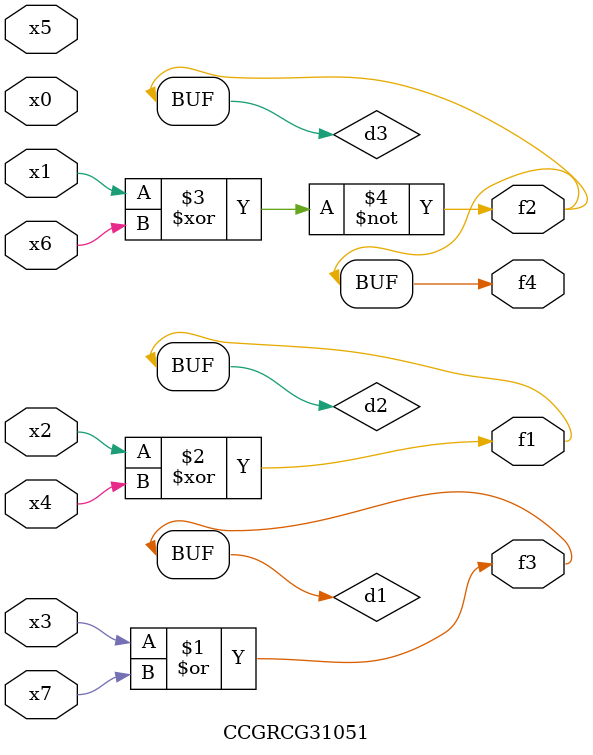
<source format=v>
module CCGRCG31051(
	input x0, x1, x2, x3, x4, x5, x6, x7,
	output f1, f2, f3, f4
);

	wire d1, d2, d3;

	or (d1, x3, x7);
	xor (d2, x2, x4);
	xnor (d3, x1, x6);
	assign f1 = d2;
	assign f2 = d3;
	assign f3 = d1;
	assign f4 = d3;
endmodule

</source>
